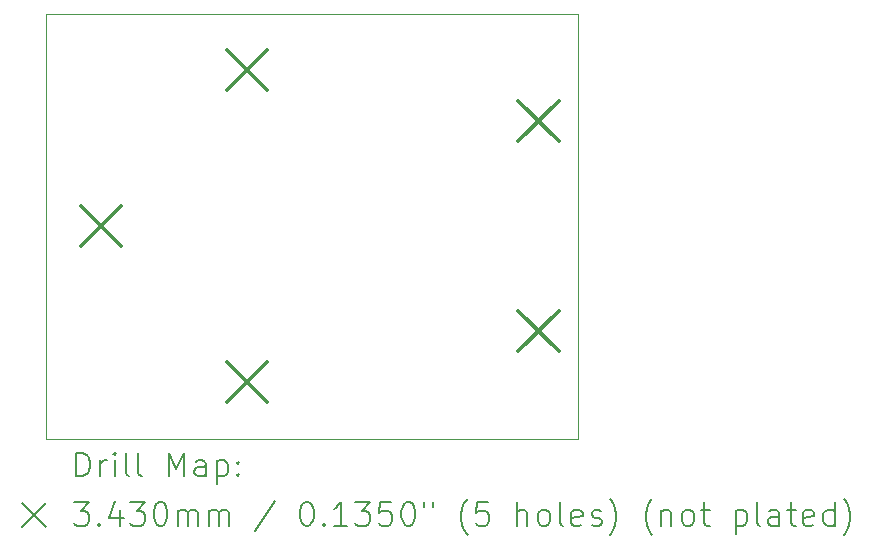
<source format=gbr>
%TF.GenerationSoftware,KiCad,Pcbnew,7.0.8*%
%TF.CreationDate,2023-12-02T16:31:01-07:00*%
%TF.ProjectId,cansplitter,63616e73-706c-4697-9474-65722e6b6963,rev?*%
%TF.SameCoordinates,Original*%
%TF.FileFunction,Drillmap*%
%TF.FilePolarity,Positive*%
%FSLAX45Y45*%
G04 Gerber Fmt 4.5, Leading zero omitted, Abs format (unit mm)*
G04 Created by KiCad (PCBNEW 7.0.8) date 2023-12-02 16:31:01*
%MOMM*%
%LPD*%
G01*
G04 APERTURE LIST*
%ADD10C,0.100000*%
%ADD11C,0.200000*%
%ADD12C,0.343000*%
G04 APERTURE END LIST*
D10*
X12500000Y-6200000D02*
X17000000Y-6200000D01*
X17000000Y-9800000D01*
X12500000Y-9800000D01*
X12500000Y-6200000D01*
D11*
D12*
X12793500Y-7828500D02*
X13136500Y-8171500D01*
X13136500Y-7828500D02*
X12793500Y-8171500D01*
X14028500Y-6507500D02*
X14371500Y-6850500D01*
X14371500Y-6507500D02*
X14028500Y-6850500D01*
X14028500Y-9149500D02*
X14371500Y-9492500D01*
X14371500Y-9149500D02*
X14028500Y-9492500D01*
X16498500Y-6939500D02*
X16841500Y-7282500D01*
X16841500Y-6939500D02*
X16498500Y-7282500D01*
X16498500Y-8717500D02*
X16841500Y-9060500D01*
X16841500Y-8717500D02*
X16498500Y-9060500D01*
D11*
X12755777Y-10116484D02*
X12755777Y-9916484D01*
X12755777Y-9916484D02*
X12803396Y-9916484D01*
X12803396Y-9916484D02*
X12831967Y-9926008D01*
X12831967Y-9926008D02*
X12851015Y-9945055D01*
X12851015Y-9945055D02*
X12860539Y-9964103D01*
X12860539Y-9964103D02*
X12870062Y-10002198D01*
X12870062Y-10002198D02*
X12870062Y-10030770D01*
X12870062Y-10030770D02*
X12860539Y-10068865D01*
X12860539Y-10068865D02*
X12851015Y-10087912D01*
X12851015Y-10087912D02*
X12831967Y-10106960D01*
X12831967Y-10106960D02*
X12803396Y-10116484D01*
X12803396Y-10116484D02*
X12755777Y-10116484D01*
X12955777Y-10116484D02*
X12955777Y-9983150D01*
X12955777Y-10021246D02*
X12965301Y-10002198D01*
X12965301Y-10002198D02*
X12974824Y-9992674D01*
X12974824Y-9992674D02*
X12993872Y-9983150D01*
X12993872Y-9983150D02*
X13012920Y-9983150D01*
X13079586Y-10116484D02*
X13079586Y-9983150D01*
X13079586Y-9916484D02*
X13070062Y-9926008D01*
X13070062Y-9926008D02*
X13079586Y-9935531D01*
X13079586Y-9935531D02*
X13089110Y-9926008D01*
X13089110Y-9926008D02*
X13079586Y-9916484D01*
X13079586Y-9916484D02*
X13079586Y-9935531D01*
X13203396Y-10116484D02*
X13184348Y-10106960D01*
X13184348Y-10106960D02*
X13174824Y-10087912D01*
X13174824Y-10087912D02*
X13174824Y-9916484D01*
X13308158Y-10116484D02*
X13289110Y-10106960D01*
X13289110Y-10106960D02*
X13279586Y-10087912D01*
X13279586Y-10087912D02*
X13279586Y-9916484D01*
X13536729Y-10116484D02*
X13536729Y-9916484D01*
X13536729Y-9916484D02*
X13603396Y-10059341D01*
X13603396Y-10059341D02*
X13670062Y-9916484D01*
X13670062Y-9916484D02*
X13670062Y-10116484D01*
X13851015Y-10116484D02*
X13851015Y-10011722D01*
X13851015Y-10011722D02*
X13841491Y-9992674D01*
X13841491Y-9992674D02*
X13822443Y-9983150D01*
X13822443Y-9983150D02*
X13784348Y-9983150D01*
X13784348Y-9983150D02*
X13765301Y-9992674D01*
X13851015Y-10106960D02*
X13831967Y-10116484D01*
X13831967Y-10116484D02*
X13784348Y-10116484D01*
X13784348Y-10116484D02*
X13765301Y-10106960D01*
X13765301Y-10106960D02*
X13755777Y-10087912D01*
X13755777Y-10087912D02*
X13755777Y-10068865D01*
X13755777Y-10068865D02*
X13765301Y-10049817D01*
X13765301Y-10049817D02*
X13784348Y-10040293D01*
X13784348Y-10040293D02*
X13831967Y-10040293D01*
X13831967Y-10040293D02*
X13851015Y-10030770D01*
X13946253Y-9983150D02*
X13946253Y-10183150D01*
X13946253Y-9992674D02*
X13965301Y-9983150D01*
X13965301Y-9983150D02*
X14003396Y-9983150D01*
X14003396Y-9983150D02*
X14022443Y-9992674D01*
X14022443Y-9992674D02*
X14031967Y-10002198D01*
X14031967Y-10002198D02*
X14041491Y-10021246D01*
X14041491Y-10021246D02*
X14041491Y-10078389D01*
X14041491Y-10078389D02*
X14031967Y-10097436D01*
X14031967Y-10097436D02*
X14022443Y-10106960D01*
X14022443Y-10106960D02*
X14003396Y-10116484D01*
X14003396Y-10116484D02*
X13965301Y-10116484D01*
X13965301Y-10116484D02*
X13946253Y-10106960D01*
X14127205Y-10097436D02*
X14136729Y-10106960D01*
X14136729Y-10106960D02*
X14127205Y-10116484D01*
X14127205Y-10116484D02*
X14117682Y-10106960D01*
X14117682Y-10106960D02*
X14127205Y-10097436D01*
X14127205Y-10097436D02*
X14127205Y-10116484D01*
X14127205Y-9992674D02*
X14136729Y-10002198D01*
X14136729Y-10002198D02*
X14127205Y-10011722D01*
X14127205Y-10011722D02*
X14117682Y-10002198D01*
X14117682Y-10002198D02*
X14127205Y-9992674D01*
X14127205Y-9992674D02*
X14127205Y-10011722D01*
X12295000Y-10345000D02*
X12495000Y-10545000D01*
X12495000Y-10345000D02*
X12295000Y-10545000D01*
X12736729Y-10336484D02*
X12860539Y-10336484D01*
X12860539Y-10336484D02*
X12793872Y-10412674D01*
X12793872Y-10412674D02*
X12822443Y-10412674D01*
X12822443Y-10412674D02*
X12841491Y-10422198D01*
X12841491Y-10422198D02*
X12851015Y-10431722D01*
X12851015Y-10431722D02*
X12860539Y-10450770D01*
X12860539Y-10450770D02*
X12860539Y-10498389D01*
X12860539Y-10498389D02*
X12851015Y-10517436D01*
X12851015Y-10517436D02*
X12841491Y-10526960D01*
X12841491Y-10526960D02*
X12822443Y-10536484D01*
X12822443Y-10536484D02*
X12765301Y-10536484D01*
X12765301Y-10536484D02*
X12746253Y-10526960D01*
X12746253Y-10526960D02*
X12736729Y-10517436D01*
X12946253Y-10517436D02*
X12955777Y-10526960D01*
X12955777Y-10526960D02*
X12946253Y-10536484D01*
X12946253Y-10536484D02*
X12936729Y-10526960D01*
X12936729Y-10526960D02*
X12946253Y-10517436D01*
X12946253Y-10517436D02*
X12946253Y-10536484D01*
X13127205Y-10403150D02*
X13127205Y-10536484D01*
X13079586Y-10326960D02*
X13031967Y-10469817D01*
X13031967Y-10469817D02*
X13155777Y-10469817D01*
X13212920Y-10336484D02*
X13336729Y-10336484D01*
X13336729Y-10336484D02*
X13270062Y-10412674D01*
X13270062Y-10412674D02*
X13298634Y-10412674D01*
X13298634Y-10412674D02*
X13317682Y-10422198D01*
X13317682Y-10422198D02*
X13327205Y-10431722D01*
X13327205Y-10431722D02*
X13336729Y-10450770D01*
X13336729Y-10450770D02*
X13336729Y-10498389D01*
X13336729Y-10498389D02*
X13327205Y-10517436D01*
X13327205Y-10517436D02*
X13317682Y-10526960D01*
X13317682Y-10526960D02*
X13298634Y-10536484D01*
X13298634Y-10536484D02*
X13241491Y-10536484D01*
X13241491Y-10536484D02*
X13222443Y-10526960D01*
X13222443Y-10526960D02*
X13212920Y-10517436D01*
X13460539Y-10336484D02*
X13479586Y-10336484D01*
X13479586Y-10336484D02*
X13498634Y-10346008D01*
X13498634Y-10346008D02*
X13508158Y-10355531D01*
X13508158Y-10355531D02*
X13517682Y-10374579D01*
X13517682Y-10374579D02*
X13527205Y-10412674D01*
X13527205Y-10412674D02*
X13527205Y-10460293D01*
X13527205Y-10460293D02*
X13517682Y-10498389D01*
X13517682Y-10498389D02*
X13508158Y-10517436D01*
X13508158Y-10517436D02*
X13498634Y-10526960D01*
X13498634Y-10526960D02*
X13479586Y-10536484D01*
X13479586Y-10536484D02*
X13460539Y-10536484D01*
X13460539Y-10536484D02*
X13441491Y-10526960D01*
X13441491Y-10526960D02*
X13431967Y-10517436D01*
X13431967Y-10517436D02*
X13422443Y-10498389D01*
X13422443Y-10498389D02*
X13412920Y-10460293D01*
X13412920Y-10460293D02*
X13412920Y-10412674D01*
X13412920Y-10412674D02*
X13422443Y-10374579D01*
X13422443Y-10374579D02*
X13431967Y-10355531D01*
X13431967Y-10355531D02*
X13441491Y-10346008D01*
X13441491Y-10346008D02*
X13460539Y-10336484D01*
X13612920Y-10536484D02*
X13612920Y-10403150D01*
X13612920Y-10422198D02*
X13622443Y-10412674D01*
X13622443Y-10412674D02*
X13641491Y-10403150D01*
X13641491Y-10403150D02*
X13670063Y-10403150D01*
X13670063Y-10403150D02*
X13689110Y-10412674D01*
X13689110Y-10412674D02*
X13698634Y-10431722D01*
X13698634Y-10431722D02*
X13698634Y-10536484D01*
X13698634Y-10431722D02*
X13708158Y-10412674D01*
X13708158Y-10412674D02*
X13727205Y-10403150D01*
X13727205Y-10403150D02*
X13755777Y-10403150D01*
X13755777Y-10403150D02*
X13774824Y-10412674D01*
X13774824Y-10412674D02*
X13784348Y-10431722D01*
X13784348Y-10431722D02*
X13784348Y-10536484D01*
X13879586Y-10536484D02*
X13879586Y-10403150D01*
X13879586Y-10422198D02*
X13889110Y-10412674D01*
X13889110Y-10412674D02*
X13908158Y-10403150D01*
X13908158Y-10403150D02*
X13936729Y-10403150D01*
X13936729Y-10403150D02*
X13955777Y-10412674D01*
X13955777Y-10412674D02*
X13965301Y-10431722D01*
X13965301Y-10431722D02*
X13965301Y-10536484D01*
X13965301Y-10431722D02*
X13974824Y-10412674D01*
X13974824Y-10412674D02*
X13993872Y-10403150D01*
X13993872Y-10403150D02*
X14022443Y-10403150D01*
X14022443Y-10403150D02*
X14041491Y-10412674D01*
X14041491Y-10412674D02*
X14051015Y-10431722D01*
X14051015Y-10431722D02*
X14051015Y-10536484D01*
X14441491Y-10326960D02*
X14270063Y-10584103D01*
X14698634Y-10336484D02*
X14717682Y-10336484D01*
X14717682Y-10336484D02*
X14736729Y-10346008D01*
X14736729Y-10346008D02*
X14746253Y-10355531D01*
X14746253Y-10355531D02*
X14755777Y-10374579D01*
X14755777Y-10374579D02*
X14765301Y-10412674D01*
X14765301Y-10412674D02*
X14765301Y-10460293D01*
X14765301Y-10460293D02*
X14755777Y-10498389D01*
X14755777Y-10498389D02*
X14746253Y-10517436D01*
X14746253Y-10517436D02*
X14736729Y-10526960D01*
X14736729Y-10526960D02*
X14717682Y-10536484D01*
X14717682Y-10536484D02*
X14698634Y-10536484D01*
X14698634Y-10536484D02*
X14679586Y-10526960D01*
X14679586Y-10526960D02*
X14670063Y-10517436D01*
X14670063Y-10517436D02*
X14660539Y-10498389D01*
X14660539Y-10498389D02*
X14651015Y-10460293D01*
X14651015Y-10460293D02*
X14651015Y-10412674D01*
X14651015Y-10412674D02*
X14660539Y-10374579D01*
X14660539Y-10374579D02*
X14670063Y-10355531D01*
X14670063Y-10355531D02*
X14679586Y-10346008D01*
X14679586Y-10346008D02*
X14698634Y-10336484D01*
X14851015Y-10517436D02*
X14860539Y-10526960D01*
X14860539Y-10526960D02*
X14851015Y-10536484D01*
X14851015Y-10536484D02*
X14841491Y-10526960D01*
X14841491Y-10526960D02*
X14851015Y-10517436D01*
X14851015Y-10517436D02*
X14851015Y-10536484D01*
X15051015Y-10536484D02*
X14936729Y-10536484D01*
X14993872Y-10536484D02*
X14993872Y-10336484D01*
X14993872Y-10336484D02*
X14974825Y-10365055D01*
X14974825Y-10365055D02*
X14955777Y-10384103D01*
X14955777Y-10384103D02*
X14936729Y-10393627D01*
X15117682Y-10336484D02*
X15241491Y-10336484D01*
X15241491Y-10336484D02*
X15174825Y-10412674D01*
X15174825Y-10412674D02*
X15203396Y-10412674D01*
X15203396Y-10412674D02*
X15222444Y-10422198D01*
X15222444Y-10422198D02*
X15231967Y-10431722D01*
X15231967Y-10431722D02*
X15241491Y-10450770D01*
X15241491Y-10450770D02*
X15241491Y-10498389D01*
X15241491Y-10498389D02*
X15231967Y-10517436D01*
X15231967Y-10517436D02*
X15222444Y-10526960D01*
X15222444Y-10526960D02*
X15203396Y-10536484D01*
X15203396Y-10536484D02*
X15146253Y-10536484D01*
X15146253Y-10536484D02*
X15127206Y-10526960D01*
X15127206Y-10526960D02*
X15117682Y-10517436D01*
X15422444Y-10336484D02*
X15327206Y-10336484D01*
X15327206Y-10336484D02*
X15317682Y-10431722D01*
X15317682Y-10431722D02*
X15327206Y-10422198D01*
X15327206Y-10422198D02*
X15346253Y-10412674D01*
X15346253Y-10412674D02*
X15393872Y-10412674D01*
X15393872Y-10412674D02*
X15412920Y-10422198D01*
X15412920Y-10422198D02*
X15422444Y-10431722D01*
X15422444Y-10431722D02*
X15431967Y-10450770D01*
X15431967Y-10450770D02*
X15431967Y-10498389D01*
X15431967Y-10498389D02*
X15422444Y-10517436D01*
X15422444Y-10517436D02*
X15412920Y-10526960D01*
X15412920Y-10526960D02*
X15393872Y-10536484D01*
X15393872Y-10536484D02*
X15346253Y-10536484D01*
X15346253Y-10536484D02*
X15327206Y-10526960D01*
X15327206Y-10526960D02*
X15317682Y-10517436D01*
X15555777Y-10336484D02*
X15574825Y-10336484D01*
X15574825Y-10336484D02*
X15593872Y-10346008D01*
X15593872Y-10346008D02*
X15603396Y-10355531D01*
X15603396Y-10355531D02*
X15612920Y-10374579D01*
X15612920Y-10374579D02*
X15622444Y-10412674D01*
X15622444Y-10412674D02*
X15622444Y-10460293D01*
X15622444Y-10460293D02*
X15612920Y-10498389D01*
X15612920Y-10498389D02*
X15603396Y-10517436D01*
X15603396Y-10517436D02*
X15593872Y-10526960D01*
X15593872Y-10526960D02*
X15574825Y-10536484D01*
X15574825Y-10536484D02*
X15555777Y-10536484D01*
X15555777Y-10536484D02*
X15536729Y-10526960D01*
X15536729Y-10526960D02*
X15527206Y-10517436D01*
X15527206Y-10517436D02*
X15517682Y-10498389D01*
X15517682Y-10498389D02*
X15508158Y-10460293D01*
X15508158Y-10460293D02*
X15508158Y-10412674D01*
X15508158Y-10412674D02*
X15517682Y-10374579D01*
X15517682Y-10374579D02*
X15527206Y-10355531D01*
X15527206Y-10355531D02*
X15536729Y-10346008D01*
X15536729Y-10346008D02*
X15555777Y-10336484D01*
X15698634Y-10336484D02*
X15698634Y-10374579D01*
X15774825Y-10336484D02*
X15774825Y-10374579D01*
X16070063Y-10612674D02*
X16060539Y-10603150D01*
X16060539Y-10603150D02*
X16041491Y-10574579D01*
X16041491Y-10574579D02*
X16031968Y-10555531D01*
X16031968Y-10555531D02*
X16022444Y-10526960D01*
X16022444Y-10526960D02*
X16012920Y-10479341D01*
X16012920Y-10479341D02*
X16012920Y-10441246D01*
X16012920Y-10441246D02*
X16022444Y-10393627D01*
X16022444Y-10393627D02*
X16031968Y-10365055D01*
X16031968Y-10365055D02*
X16041491Y-10346008D01*
X16041491Y-10346008D02*
X16060539Y-10317436D01*
X16060539Y-10317436D02*
X16070063Y-10307912D01*
X16241491Y-10336484D02*
X16146253Y-10336484D01*
X16146253Y-10336484D02*
X16136729Y-10431722D01*
X16136729Y-10431722D02*
X16146253Y-10422198D01*
X16146253Y-10422198D02*
X16165301Y-10412674D01*
X16165301Y-10412674D02*
X16212920Y-10412674D01*
X16212920Y-10412674D02*
X16231968Y-10422198D01*
X16231968Y-10422198D02*
X16241491Y-10431722D01*
X16241491Y-10431722D02*
X16251015Y-10450770D01*
X16251015Y-10450770D02*
X16251015Y-10498389D01*
X16251015Y-10498389D02*
X16241491Y-10517436D01*
X16241491Y-10517436D02*
X16231968Y-10526960D01*
X16231968Y-10526960D02*
X16212920Y-10536484D01*
X16212920Y-10536484D02*
X16165301Y-10536484D01*
X16165301Y-10536484D02*
X16146253Y-10526960D01*
X16146253Y-10526960D02*
X16136729Y-10517436D01*
X16489110Y-10536484D02*
X16489110Y-10336484D01*
X16574825Y-10536484D02*
X16574825Y-10431722D01*
X16574825Y-10431722D02*
X16565301Y-10412674D01*
X16565301Y-10412674D02*
X16546253Y-10403150D01*
X16546253Y-10403150D02*
X16517682Y-10403150D01*
X16517682Y-10403150D02*
X16498634Y-10412674D01*
X16498634Y-10412674D02*
X16489110Y-10422198D01*
X16698634Y-10536484D02*
X16679587Y-10526960D01*
X16679587Y-10526960D02*
X16670063Y-10517436D01*
X16670063Y-10517436D02*
X16660539Y-10498389D01*
X16660539Y-10498389D02*
X16660539Y-10441246D01*
X16660539Y-10441246D02*
X16670063Y-10422198D01*
X16670063Y-10422198D02*
X16679587Y-10412674D01*
X16679587Y-10412674D02*
X16698634Y-10403150D01*
X16698634Y-10403150D02*
X16727206Y-10403150D01*
X16727206Y-10403150D02*
X16746253Y-10412674D01*
X16746253Y-10412674D02*
X16755777Y-10422198D01*
X16755777Y-10422198D02*
X16765301Y-10441246D01*
X16765301Y-10441246D02*
X16765301Y-10498389D01*
X16765301Y-10498389D02*
X16755777Y-10517436D01*
X16755777Y-10517436D02*
X16746253Y-10526960D01*
X16746253Y-10526960D02*
X16727206Y-10536484D01*
X16727206Y-10536484D02*
X16698634Y-10536484D01*
X16879587Y-10536484D02*
X16860539Y-10526960D01*
X16860539Y-10526960D02*
X16851015Y-10507912D01*
X16851015Y-10507912D02*
X16851015Y-10336484D01*
X17031968Y-10526960D02*
X17012920Y-10536484D01*
X17012920Y-10536484D02*
X16974825Y-10536484D01*
X16974825Y-10536484D02*
X16955777Y-10526960D01*
X16955777Y-10526960D02*
X16946253Y-10507912D01*
X16946253Y-10507912D02*
X16946253Y-10431722D01*
X16946253Y-10431722D02*
X16955777Y-10412674D01*
X16955777Y-10412674D02*
X16974825Y-10403150D01*
X16974825Y-10403150D02*
X17012920Y-10403150D01*
X17012920Y-10403150D02*
X17031968Y-10412674D01*
X17031968Y-10412674D02*
X17041492Y-10431722D01*
X17041492Y-10431722D02*
X17041492Y-10450770D01*
X17041492Y-10450770D02*
X16946253Y-10469817D01*
X17117682Y-10526960D02*
X17136730Y-10536484D01*
X17136730Y-10536484D02*
X17174825Y-10536484D01*
X17174825Y-10536484D02*
X17193873Y-10526960D01*
X17193873Y-10526960D02*
X17203396Y-10507912D01*
X17203396Y-10507912D02*
X17203396Y-10498389D01*
X17203396Y-10498389D02*
X17193873Y-10479341D01*
X17193873Y-10479341D02*
X17174825Y-10469817D01*
X17174825Y-10469817D02*
X17146253Y-10469817D01*
X17146253Y-10469817D02*
X17127206Y-10460293D01*
X17127206Y-10460293D02*
X17117682Y-10441246D01*
X17117682Y-10441246D02*
X17117682Y-10431722D01*
X17117682Y-10431722D02*
X17127206Y-10412674D01*
X17127206Y-10412674D02*
X17146253Y-10403150D01*
X17146253Y-10403150D02*
X17174825Y-10403150D01*
X17174825Y-10403150D02*
X17193873Y-10412674D01*
X17270063Y-10612674D02*
X17279587Y-10603150D01*
X17279587Y-10603150D02*
X17298634Y-10574579D01*
X17298634Y-10574579D02*
X17308158Y-10555531D01*
X17308158Y-10555531D02*
X17317682Y-10526960D01*
X17317682Y-10526960D02*
X17327206Y-10479341D01*
X17327206Y-10479341D02*
X17327206Y-10441246D01*
X17327206Y-10441246D02*
X17317682Y-10393627D01*
X17317682Y-10393627D02*
X17308158Y-10365055D01*
X17308158Y-10365055D02*
X17298634Y-10346008D01*
X17298634Y-10346008D02*
X17279587Y-10317436D01*
X17279587Y-10317436D02*
X17270063Y-10307912D01*
X17631968Y-10612674D02*
X17622444Y-10603150D01*
X17622444Y-10603150D02*
X17603396Y-10574579D01*
X17603396Y-10574579D02*
X17593873Y-10555531D01*
X17593873Y-10555531D02*
X17584349Y-10526960D01*
X17584349Y-10526960D02*
X17574825Y-10479341D01*
X17574825Y-10479341D02*
X17574825Y-10441246D01*
X17574825Y-10441246D02*
X17584349Y-10393627D01*
X17584349Y-10393627D02*
X17593873Y-10365055D01*
X17593873Y-10365055D02*
X17603396Y-10346008D01*
X17603396Y-10346008D02*
X17622444Y-10317436D01*
X17622444Y-10317436D02*
X17631968Y-10307912D01*
X17708158Y-10403150D02*
X17708158Y-10536484D01*
X17708158Y-10422198D02*
X17717682Y-10412674D01*
X17717682Y-10412674D02*
X17736730Y-10403150D01*
X17736730Y-10403150D02*
X17765301Y-10403150D01*
X17765301Y-10403150D02*
X17784349Y-10412674D01*
X17784349Y-10412674D02*
X17793873Y-10431722D01*
X17793873Y-10431722D02*
X17793873Y-10536484D01*
X17917682Y-10536484D02*
X17898634Y-10526960D01*
X17898634Y-10526960D02*
X17889111Y-10517436D01*
X17889111Y-10517436D02*
X17879587Y-10498389D01*
X17879587Y-10498389D02*
X17879587Y-10441246D01*
X17879587Y-10441246D02*
X17889111Y-10422198D01*
X17889111Y-10422198D02*
X17898634Y-10412674D01*
X17898634Y-10412674D02*
X17917682Y-10403150D01*
X17917682Y-10403150D02*
X17946254Y-10403150D01*
X17946254Y-10403150D02*
X17965301Y-10412674D01*
X17965301Y-10412674D02*
X17974825Y-10422198D01*
X17974825Y-10422198D02*
X17984349Y-10441246D01*
X17984349Y-10441246D02*
X17984349Y-10498389D01*
X17984349Y-10498389D02*
X17974825Y-10517436D01*
X17974825Y-10517436D02*
X17965301Y-10526960D01*
X17965301Y-10526960D02*
X17946254Y-10536484D01*
X17946254Y-10536484D02*
X17917682Y-10536484D01*
X18041492Y-10403150D02*
X18117682Y-10403150D01*
X18070063Y-10336484D02*
X18070063Y-10507912D01*
X18070063Y-10507912D02*
X18079587Y-10526960D01*
X18079587Y-10526960D02*
X18098634Y-10536484D01*
X18098634Y-10536484D02*
X18117682Y-10536484D01*
X18336730Y-10403150D02*
X18336730Y-10603150D01*
X18336730Y-10412674D02*
X18355777Y-10403150D01*
X18355777Y-10403150D02*
X18393873Y-10403150D01*
X18393873Y-10403150D02*
X18412920Y-10412674D01*
X18412920Y-10412674D02*
X18422444Y-10422198D01*
X18422444Y-10422198D02*
X18431968Y-10441246D01*
X18431968Y-10441246D02*
X18431968Y-10498389D01*
X18431968Y-10498389D02*
X18422444Y-10517436D01*
X18422444Y-10517436D02*
X18412920Y-10526960D01*
X18412920Y-10526960D02*
X18393873Y-10536484D01*
X18393873Y-10536484D02*
X18355777Y-10536484D01*
X18355777Y-10536484D02*
X18336730Y-10526960D01*
X18546254Y-10536484D02*
X18527206Y-10526960D01*
X18527206Y-10526960D02*
X18517682Y-10507912D01*
X18517682Y-10507912D02*
X18517682Y-10336484D01*
X18708158Y-10536484D02*
X18708158Y-10431722D01*
X18708158Y-10431722D02*
X18698635Y-10412674D01*
X18698635Y-10412674D02*
X18679587Y-10403150D01*
X18679587Y-10403150D02*
X18641492Y-10403150D01*
X18641492Y-10403150D02*
X18622444Y-10412674D01*
X18708158Y-10526960D02*
X18689111Y-10536484D01*
X18689111Y-10536484D02*
X18641492Y-10536484D01*
X18641492Y-10536484D02*
X18622444Y-10526960D01*
X18622444Y-10526960D02*
X18612920Y-10507912D01*
X18612920Y-10507912D02*
X18612920Y-10488865D01*
X18612920Y-10488865D02*
X18622444Y-10469817D01*
X18622444Y-10469817D02*
X18641492Y-10460293D01*
X18641492Y-10460293D02*
X18689111Y-10460293D01*
X18689111Y-10460293D02*
X18708158Y-10450770D01*
X18774825Y-10403150D02*
X18851015Y-10403150D01*
X18803396Y-10336484D02*
X18803396Y-10507912D01*
X18803396Y-10507912D02*
X18812920Y-10526960D01*
X18812920Y-10526960D02*
X18831968Y-10536484D01*
X18831968Y-10536484D02*
X18851015Y-10536484D01*
X18993873Y-10526960D02*
X18974825Y-10536484D01*
X18974825Y-10536484D02*
X18936730Y-10536484D01*
X18936730Y-10536484D02*
X18917682Y-10526960D01*
X18917682Y-10526960D02*
X18908158Y-10507912D01*
X18908158Y-10507912D02*
X18908158Y-10431722D01*
X18908158Y-10431722D02*
X18917682Y-10412674D01*
X18917682Y-10412674D02*
X18936730Y-10403150D01*
X18936730Y-10403150D02*
X18974825Y-10403150D01*
X18974825Y-10403150D02*
X18993873Y-10412674D01*
X18993873Y-10412674D02*
X19003396Y-10431722D01*
X19003396Y-10431722D02*
X19003396Y-10450770D01*
X19003396Y-10450770D02*
X18908158Y-10469817D01*
X19174825Y-10536484D02*
X19174825Y-10336484D01*
X19174825Y-10526960D02*
X19155777Y-10536484D01*
X19155777Y-10536484D02*
X19117682Y-10536484D01*
X19117682Y-10536484D02*
X19098635Y-10526960D01*
X19098635Y-10526960D02*
X19089111Y-10517436D01*
X19089111Y-10517436D02*
X19079587Y-10498389D01*
X19079587Y-10498389D02*
X19079587Y-10441246D01*
X19079587Y-10441246D02*
X19089111Y-10422198D01*
X19089111Y-10422198D02*
X19098635Y-10412674D01*
X19098635Y-10412674D02*
X19117682Y-10403150D01*
X19117682Y-10403150D02*
X19155777Y-10403150D01*
X19155777Y-10403150D02*
X19174825Y-10412674D01*
X19251016Y-10612674D02*
X19260539Y-10603150D01*
X19260539Y-10603150D02*
X19279587Y-10574579D01*
X19279587Y-10574579D02*
X19289111Y-10555531D01*
X19289111Y-10555531D02*
X19298635Y-10526960D01*
X19298635Y-10526960D02*
X19308158Y-10479341D01*
X19308158Y-10479341D02*
X19308158Y-10441246D01*
X19308158Y-10441246D02*
X19298635Y-10393627D01*
X19298635Y-10393627D02*
X19289111Y-10365055D01*
X19289111Y-10365055D02*
X19279587Y-10346008D01*
X19279587Y-10346008D02*
X19260539Y-10317436D01*
X19260539Y-10317436D02*
X19251016Y-10307912D01*
M02*

</source>
